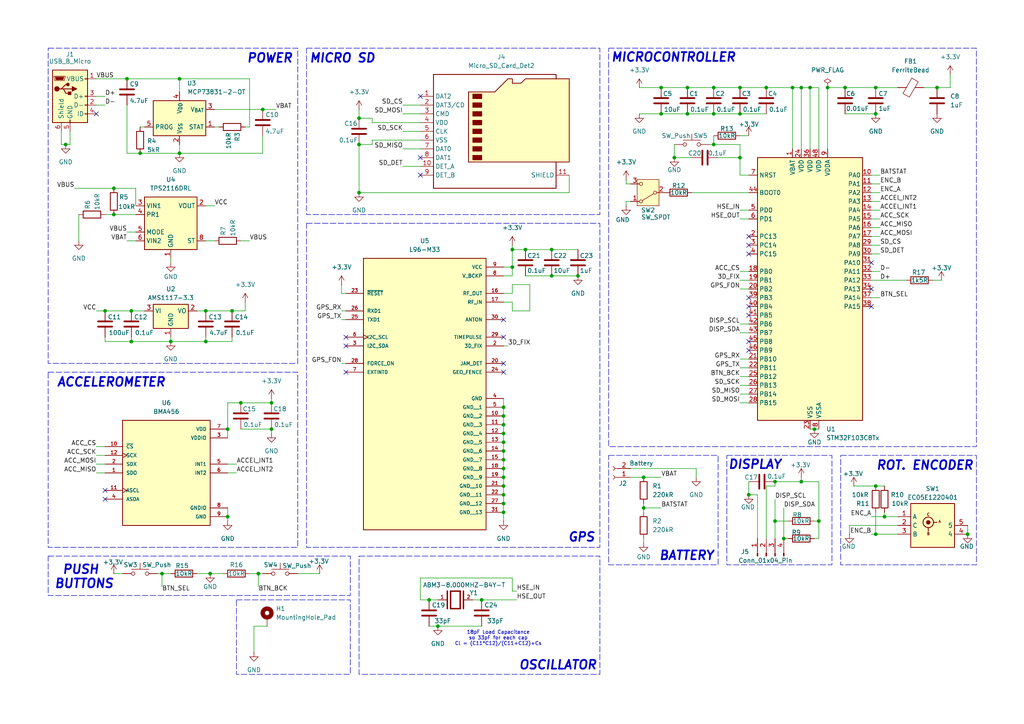
<source format=kicad_sch>
(kicad_sch (version 20250114) (generator "eeschema") (generator_version "9.0")
  (paper "A4")
  (rectangle (start 68.58 173.99) (end 101.6 195.58) (stroke (width 0) (type dash)))
  (rectangle (start 210.82 132.08) (end 241.3 163.83) (stroke (width 0) (type dash)))
  (rectangle (start 176.53 13.97) (end 283.21 129.54) (stroke (width 0) (type dash)))
  (rectangle (start 243.84 132.08) (end 283.21 163.83) (stroke (width 0) (type dash)))
  (rectangle (start 13.97 13.97) (end 86.36 105.41) (stroke (width 0) (type dash)))
  (rectangle (start 13.97 161.29) (end 101.6 172.72) (stroke (width 0) (type dash)))
  (rectangle (start 104.14 161.29) (end 173.99 195.58) (stroke (width 0) (type dash)))
  (rectangle (start 88.9 13.97) (end 173.99 62.23) (stroke (width 0) (type dash)))
  (rectangle (start 88.9 64.77) (end 173.99 158.75) (stroke (width 0) (type dash)))
  (rectangle (start 176.53 132.08) (end 208.28 163.83) (stroke (width 0) (type dash)))
  (rectangle (start 13.97 107.95) (end 86.36 158.75) (stroke (width 0) (type dash)))
  (text "GPS" (at 168.656 155.956 0) (effects (font (size 2.54 2.54) (thickness 0.508) (bold yes) (italic yes))))
  (text "POWER" (at 78.232 17.018 0) (effects (font (size 2.54 2.54) (thickness 0.508) (bold yes) (italic yes))))
  (text "DISPLAY" (at 218.948 134.874 0) (effects (font (size 2.54 2.54) (thickness 0.508) (bold yes) (italic yes))))
  (text "PUSH \nBUTTONS" (at 24.384 167.386 0) (effects (font (size 2.54 2.54) (thickness 0.508) (bold yes) (italic yes))))
  (text "BATTERY" (at 199.136 161.29 0) (effects (font (size 2.54 2.54) (thickness 0.508) (bold yes) (italic yes))))
  (text "OSCILLATOR" (at 161.798 193.04 0) (effects (font (size 2.54 2.54) (thickness 0.508) (bold yes) (italic yes))))
  (text "ACCELEROMETER" (at 32.258 110.998 0) (effects (font (size 2.54 2.54) (thickness 0.508) (bold yes) (italic yes))))
  (text "MICRO SD" (at 99.314 17.018 0) (effects (font (size 2.54 2.54) (thickness 0.508) (bold yes) (italic yes))))
  (text "18pF Load Capacitance\nso 33pF for each cap\nCl = (C11*C12)/(C11+C12)+Cs" (at 144.526 185.166 0) (effects (font (size 1.016 1.016))))
  (text "MICROCONTROLLER" (at 195.326 16.764 0) (effects (font (size 2.54 2.54) (thickness 0.508) (bold yes) (italic yes))))
  (text "ROT. ENCODER" (at 268.224 135.128 0) (effects (font (size 2.54 2.54) (thickness 0.508) (bold yes) (italic yes))))
  (junction (at 78.74 116.84))
  (junction (at 207.01 41.91))
  (junction (at 237.49 151.13))
  (junction (at 40.64 44.45))
  (junction (at 245.11 25.4))
  (junction (at 33.02 62.23))
  (junction (at 152.4 72.39))
  (junction (at 146.05 138.43))
  (junction (at 59.69 99.06))
  (junction (at 66.04 124.46))
  (junction (at 146.05 123.19))
  (junction (at 38.1 99.06))
  (junction (at 36.83 22.86))
  (junction (at 146.05 140.97))
  (junction (at 148.59 77.47))
  (junction (at 229.87 25.4))
  (junction (at 186.69 147.32))
  (junction (at 224.79 139.7))
  (junction (at 30.48 90.17))
  (junction (at 214.63 25.4))
  (junction (at 280.67 154.94))
  (junction (at 146.05 148.59))
  (junction (at 227.33 156.21))
  (junction (at 207.01 33.02))
  (junction (at 104.14 41.91))
  (junction (at 146.05 133.35))
  (junction (at 195.58 45.72))
  (junction (at 104.14 55.88))
  (junction (at 127 181.61))
  (junction (at 52.07 44.45))
  (junction (at 146.05 125.73))
  (junction (at 49.53 99.06))
  (junction (at 160.02 80.01))
  (junction (at 191.77 25.4))
  (junction (at 146.05 118.11))
  (junction (at 146.05 143.51))
  (junction (at 146.05 128.27))
  (junction (at 236.22 124.46))
  (junction (at 224.79 151.13))
  (junction (at 191.77 33.02))
  (junction (at 199.39 25.4))
  (junction (at 139.7 173.99))
  (junction (at 199.39 33.02))
  (junction (at 46.99 166.37))
  (junction (at 124.46 173.99))
  (junction (at 214.63 45.72))
  (junction (at 59.69 90.17))
  (junction (at 240.03 25.4))
  (junction (at 232.41 25.4))
  (junction (at 167.64 80.01))
  (junction (at 19.05 41.91))
  (junction (at 146.05 130.81))
  (junction (at 256.54 149.86))
  (junction (at 38.1 90.17))
  (junction (at 160.02 72.39))
  (junction (at 254 154.94))
  (junction (at 66.04 149.86))
  (junction (at 207.01 25.4))
  (junction (at 60.96 166.37))
  (junction (at 222.25 25.4))
  (junction (at 214.63 33.02))
  (junction (at 78.74 124.46))
  (junction (at 254 25.4))
  (junction (at 52.07 22.86))
  (junction (at 146.05 135.89))
  (junction (at 69.85 116.84))
  (junction (at 148.59 72.39))
  (junction (at 186.69 138.43))
  (junction (at 76.2 31.75))
  (junction (at 234.95 25.4))
  (junction (at 146.05 146.05))
  (junction (at 254 140.97))
  (junction (at 271.78 25.4))
  (junction (at 33.02 54.61))
  (junction (at 104.14 34.29))
  (junction (at 232.41 139.7))
  (junction (at 254 33.02))
  (junction (at 67.31 90.17))
  (junction (at 74.93 166.37))
  (junction (at 217.17 143.51))
  (junction (at 146.05 120.65))
  (no_connect (at 146.05 107.95))
  (no_connect (at 121.92 45.72))
  (no_connect (at 217.17 91.44))
  (no_connect (at 121.92 50.8))
  (no_connect (at 30.48 144.78))
  (no_connect (at 100.33 97.79))
  (no_connect (at 146.05 92.71))
  (no_connect (at 252.73 76.2))
  (no_connect (at 27.94 33.02))
  (no_connect (at 217.17 86.36))
  (no_connect (at 100.33 107.95))
  (no_connect (at 217.17 99.06))
  (no_connect (at 217.17 88.9))
  (no_connect (at 252.73 83.82))
  (no_connect (at 146.05 105.41))
  (no_connect (at 217.17 68.58))
  (no_connect (at 217.17 101.6))
  (no_connect (at 30.48 142.24))
  (no_connect (at 121.92 27.94))
  (no_connect (at 146.05 97.79))
  (no_connect (at 100.33 100.33))
  (no_connect (at 252.73 88.9))
  (no_connect (at 217.17 71.12))
  (no_connect (at 217.17 73.66))
  (wire (pts (xy 116.84 43.18) (xy 121.92 43.18)))
  (wire (pts (xy 214.63 81.28) (xy 217.17 81.28)))
  (wire (pts (xy 148.59 171.45) (xy 149.86 171.45)))
  (wire (pts (xy 232.41 25.4) (xy 229.87 25.4)))
  (wire (pts (xy 222.25 140.97) (xy 224.79 140.97)))
  (wire (pts (xy 30.48 62.23) (xy 33.02 62.23)))
  (wire (pts (xy 107.95 35.56) (xy 107.95 34.29)))
  (wire (pts (xy 254 148.59) (xy 254 154.94)))
  (wire (pts (xy 27.94 22.86) (xy 36.83 22.86)))
  (wire (pts (xy 214.63 111.76) (xy 217.17 111.76)))
  (wire (pts (xy 46.99 170.18) (xy 46.99 166.37)))
  (wire (pts (xy 191.77 33.02) (xy 199.39 33.02)))
  (wire (pts (xy 116.84 30.48) (xy 121.92 30.48)))
  (wire (pts (xy 232.41 43.18) (xy 232.41 25.4)))
  (wire (pts (xy 38.1 90.17) (xy 41.91 90.17)))
  (wire (pts (xy 148.59 72.39) (xy 148.59 77.47)))
  (wire (pts (xy 146.05 123.19) (xy 146.05 125.73)))
  (wire (pts (xy 121.92 167.64) (xy 148.59 167.64)))
  (wire (pts (xy 72.39 69.85) (xy 69.85 69.85)))
  (wire (pts (xy 107.95 40.64) (xy 107.95 41.91)))
  (wire (pts (xy 124.46 173.99) (xy 127 173.99)))
  (wire (pts (xy 199.39 33.02) (xy 207.01 33.02)))
  (wire (pts (xy 195.58 41.91) (xy 195.58 45.72)))
  (wire (pts (xy 186.69 138.43) (xy 191.77 138.43)))
  (wire (pts (xy 17.78 41.91) (xy 19.05 41.91)))
  (wire (pts (xy 36.83 44.45) (xy 40.64 44.45)))
  (wire (pts (xy 104.14 31.75) (xy 104.14 34.29)))
  (wire (pts (xy 146.05 87.63) (xy 148.59 87.63)))
  (wire (pts (xy 49.53 166.37) (xy 46.99 166.37)))
  (wire (pts (xy 234.95 124.46) (xy 236.22 124.46)))
  (wire (pts (xy 255.27 73.66) (xy 252.73 73.66)))
  (wire (pts (xy 224.79 151.13) (xy 224.79 156.21)))
  (wire (pts (xy 57.15 166.37) (xy 60.96 166.37)))
  (wire (pts (xy 245.11 33.02) (xy 254 33.02)))
  (wire (pts (xy 68.58 137.16) (xy 66.04 137.16)))
  (wire (pts (xy 182.88 138.43) (xy 186.69 138.43)))
  (wire (pts (xy 146.05 135.89) (xy 146.05 138.43)))
  (wire (pts (xy 146.05 143.51) (xy 146.05 146.05)))
  (wire (pts (xy 254 154.94) (xy 260.35 154.94)))
  (wire (pts (xy 146.05 128.27) (xy 146.05 130.81)))
  (wire (pts (xy 214.63 33.02) (xy 222.25 33.02)))
  (wire (pts (xy 67.31 99.06) (xy 67.31 97.79)))
  (wire (pts (xy 229.87 25.4) (xy 229.87 43.18)))
  (wire (pts (xy 59.69 99.06) (xy 67.31 99.06)))
  (wire (pts (xy 52.07 22.86) (xy 52.07 26.67)))
  (wire (pts (xy 252.73 154.94) (xy 254 154.94)))
  (wire (pts (xy 207.01 41.91) (xy 214.63 41.91)))
  (wire (pts (xy 201.93 135.89) (xy 182.88 135.89)))
  (wire (pts (xy 267.97 25.4) (xy 271.78 25.4)))
  (wire (pts (xy 255.27 55.88) (xy 252.73 55.88)))
  (wire (pts (xy 107.95 40.64) (xy 121.92 40.64)))
  (wire (pts (xy 33.02 62.23) (xy 39.37 62.23)))
  (wire (pts (xy 146.05 130.81) (xy 146.05 133.35)))
  (wire (pts (xy 200.66 55.88) (xy 217.17 55.88)))
  (wire (pts (xy 99.06 90.17) (xy 100.33 90.17)))
  (wire (pts (xy 214.63 104.14) (xy 217.17 104.14)))
  (wire (pts (xy 247.65 140.97) (xy 254 140.97)))
  (wire (pts (xy 36.83 69.85) (xy 39.37 69.85)))
  (wire (pts (xy 20.32 41.91) (xy 19.05 41.91)))
  (wire (pts (xy 181.61 53.34) (xy 181.61 52.07)))
  (wire (pts (xy 74.93 166.37) (xy 76.2 166.37)))
  (wire (pts (xy 40.64 44.45) (xy 52.07 44.45)))
  (wire (pts (xy 153.67 82.55) (xy 148.59 82.55)))
  (wire (pts (xy 73.66 181.61) (xy 73.66 189.23)))
  (wire (pts (xy 208.28 45.72) (xy 214.63 45.72)))
  (wire (pts (xy 214.63 114.3) (xy 217.17 114.3)))
  (wire (pts (xy 72.39 36.83) (xy 71.12 36.83)))
  (wire (pts (xy 222.25 140.97) (xy 222.25 156.21)))
  (wire (pts (xy 255.27 66.04) (xy 252.73 66.04)))
  (wire (pts (xy 147.32 100.33) (xy 146.05 100.33)))
  (wire (pts (xy 252.73 81.28) (xy 262.89 81.28)))
  (wire (pts (xy 52.07 41.91) (xy 52.07 44.45)))
  (wire (pts (xy 237.49 156.21) (xy 236.22 156.21)))
  (wire (pts (xy 185.42 25.4) (xy 191.77 25.4)))
  (wire (pts (xy 78.74 115.57) (xy 78.74 116.84)))
  (wire (pts (xy 237.49 151.13) (xy 236.22 151.13)))
  (wire (pts (xy 186.69 146.05) (xy 186.69 147.32)))
  (wire (pts (xy 30.48 99.06) (xy 30.48 97.79)))
  (wire (pts (xy 219.71 156.21) (xy 219.71 143.51)))
  (wire (pts (xy 146.05 80.01) (xy 148.59 80.01)))
  (wire (pts (xy 49.53 99.06) (xy 59.69 99.06)))
  (wire (pts (xy 20.32 38.1) (xy 20.32 41.91)))
  (wire (pts (xy 236.22 124.46) (xy 237.49 124.46)))
  (wire (pts (xy 255.27 58.42) (xy 252.73 58.42)))
  (wire (pts (xy 57.15 90.17) (xy 59.69 90.17)))
  (wire (pts (xy 186.69 147.32) (xy 186.69 148.59)))
  (wire (pts (xy 76.2 39.37) (xy 76.2 44.45)))
  (wire (pts (xy 214.63 50.8) (xy 217.17 50.8)))
  (wire (pts (xy 228.6 156.21) (xy 227.33 156.21)))
  (wire (pts (xy 127 181.61) (xy 139.7 181.61)))
  (wire (pts (xy 255.27 53.34) (xy 252.73 53.34)))
  (wire (pts (xy 52.07 44.45) (xy 76.2 44.45)))
  (wire (pts (xy 38.1 99.06) (xy 38.1 97.79)))
  (wire (pts (xy 160.02 80.01) (xy 167.64 80.01)))
  (wire (pts (xy 148.59 72.39) (xy 152.4 72.39)))
  (wire (pts (xy 214.63 93.98) (xy 217.17 93.98)))
  (wire (pts (xy 146.05 77.47) (xy 148.59 77.47)))
  (wire (pts (xy 280.67 152.4) (xy 280.67 154.94)))
  (wire (pts (xy 201.93 138.43) (xy 201.93 135.89)))
  (wire (pts (xy 27.94 132.08) (xy 30.48 132.08)))
  (wire (pts (xy 74.93 166.37) (xy 74.93 170.18)))
  (wire (pts (xy 66.04 151.13) (xy 66.04 149.86)))
  (wire (pts (xy 148.59 167.64) (xy 148.59 171.45)))
  (wire (pts (xy 21.59 54.61) (xy 33.02 54.61)))
  (wire (pts (xy 214.63 60.96) (xy 217.17 60.96)))
  (wire (pts (xy 27.94 134.62) (xy 30.48 134.62)))
  (wire (pts (xy 234.95 25.4) (xy 234.95 43.18)))
  (wire (pts (xy 237.49 151.13) (xy 237.49 156.21)))
  (wire (pts (xy 273.05 81.28) (xy 270.51 81.28)))
  (wire (pts (xy 124.46 181.61) (xy 127 181.61)))
  (wire (pts (xy 148.59 77.47) (xy 148.59 80.01)))
  (wire (pts (xy 275.59 25.4) (xy 271.78 25.4)))
  (wire (pts (xy 30.48 30.48) (xy 27.94 30.48)))
  (wire (pts (xy 27.94 137.16) (xy 30.48 137.16)))
  (wire (pts (xy 191.77 25.4) (xy 199.39 25.4)))
  (wire (pts (xy 45.72 166.37) (xy 46.99 166.37)))
  (wire (pts (xy 219.71 143.51) (xy 217.17 143.51)))
  (wire (pts (xy 165.1 55.88) (xy 165.1 50.8)))
  (wire (pts (xy 36.83 67.31) (xy 39.37 67.31)))
  (wire (pts (xy 22.86 69.85) (xy 22.86 62.23)))
  (wire (pts (xy 146.05 120.65) (xy 146.05 123.19)))
  (wire (pts (xy 59.69 90.17) (xy 67.31 90.17)))
  (wire (pts (xy 275.59 21.59) (xy 275.59 25.4)))
  (wire (pts (xy 30.48 27.94) (xy 27.94 27.94)))
  (wire (pts (xy 27.94 90.17) (xy 30.48 90.17)))
  (wire (pts (xy 205.74 41.91) (xy 207.01 41.91)))
  (wire (pts (xy 40.64 36.83) (xy 41.91 36.83)))
  (wire (pts (xy 232.41 139.7) (xy 224.79 139.7)))
  (wire (pts (xy 185.42 33.02) (xy 191.77 33.02)))
  (wire (pts (xy 72.39 166.37) (xy 74.93 166.37)))
  (wire (pts (xy 99.06 85.09) (xy 100.33 85.09)))
  (wire (pts (xy 60.96 166.37) (xy 64.77 166.37)))
  (wire (pts (xy 255.27 71.12) (xy 252.73 71.12)))
  (wire (pts (xy 33.02 54.61) (xy 39.37 54.61)))
  (wire (pts (xy 66.04 124.46) (xy 66.04 127)))
  (wire (pts (xy 214.63 45.72) (xy 214.63 41.91)))
  (wire (pts (xy 66.04 116.84) (xy 66.04 124.46)))
  (wire (pts (xy 255.27 63.5) (xy 252.73 63.5)))
  (wire (pts (xy 237.49 43.18) (xy 237.49 25.4)))
  (wire (pts (xy 232.41 138.43) (xy 232.41 139.7)))
  (wire (pts (xy 99.06 82.55) (xy 99.06 85.09)))
  (wire (pts (xy 71.12 87.63) (xy 71.12 90.17)))
  (wire (pts (xy 214.63 116.84) (xy 217.17 116.84)))
  (wire (pts (xy 252.73 149.86) (xy 256.54 149.86)))
  (wire (pts (xy 107.95 41.91) (xy 104.14 41.91)))
  (wire (pts (xy 72.39 22.86) (xy 72.39 36.83)))
  (wire (pts (xy 116.84 48.26) (xy 121.92 48.26)))
  (wire (pts (xy 69.85 116.84) (xy 78.74 116.84)))
  (wire (pts (xy 116.84 38.1) (xy 121.92 38.1)))
  (wire (pts (xy 99.06 105.41) (xy 100.33 105.41)))
  (wire (pts (xy 260.35 152.4) (xy 246.38 152.4)))
  (wire (pts (xy 121.92 173.99) (xy 121.92 167.64)))
  (wire (pts (xy 255.27 50.8) (xy 252.73 50.8)))
  (wire (pts (xy 137.16 173.99) (xy 139.7 173.99)))
  (wire (pts (xy 227.33 147.32) (xy 227.33 156.21)))
  (wire (pts (xy 232.41 25.4) (xy 234.95 25.4)))
  (wire (pts (xy 222.25 25.4) (xy 229.87 25.4)))
  (wire (pts (xy 214.63 25.4) (xy 222.25 25.4)))
  (wire (pts (xy 71.12 90.17) (xy 67.31 90.17)))
  (wire (pts (xy 260.35 149.86) (xy 256.54 149.86)))
  (wire (pts (xy 63.5 36.83) (xy 62.23 36.83)))
  (wire (pts (xy 38.1 99.06) (xy 49.53 99.06)))
  (wire (pts (xy 104.14 55.88) (xy 165.1 55.88)))
  (wire (pts (xy 255.27 86.36) (xy 252.73 86.36)))
  (wire (pts (xy 186.69 156.21) (xy 186.69 157.48)))
  (wire (pts (xy 246.38 152.4) (xy 246.38 154.94)))
  (wire (pts (xy 245.11 25.4) (xy 240.03 25.4)))
  (wire (pts (xy 254 25.4) (xy 245.11 25.4)))
  (wire (pts (xy 214.63 63.5) (xy 217.17 63.5)))
  (wire (pts (xy 153.67 82.55) (xy 153.67 90.17)))
  (wire (pts (xy 33.02 166.37) (xy 35.56 166.37)))
  (wire (pts (xy 191.77 147.32) (xy 186.69 147.32)))
  (wire (pts (xy 99.06 92.71) (xy 100.33 92.71)))
  (wire (pts (xy 214.63 96.52) (xy 217.17 96.52)))
  (wire (pts (xy 17.78 38.1) (xy 17.78 41.91)))
  (wire (pts (xy 160.02 72.39) (xy 167.64 72.39)))
  (wire (pts (xy 39.37 54.61) (xy 39.37 59.69)))
  (wire (pts (xy 255.27 68.58) (xy 252.73 68.58)))
  (wire (pts (xy 62.23 31.75) (xy 76.2 31.75)))
  (wire (pts (xy 146.05 118.11) (xy 146.05 120.65)))
  (wire (pts (xy 146.05 140.97) (xy 146.05 143.51)))
  (wire (pts (xy 104.14 41.91) (xy 104.14 55.88)))
  (wire (pts (xy 260.35 25.4) (xy 254 25.4)))
  (wire (pts (xy 107.95 35.56) (xy 121.92 35.56)))
  (wire (pts (xy 181.61 58.42) (xy 181.61 59.69)))
  (wire (pts (xy 146.05 133.35) (xy 146.05 135.89)))
  (wire (pts (xy 49.53 99.06) (xy 49.53 97.79)))
  (wire (pts (xy 76.2 31.75) (xy 80.01 31.75)))
  (wire (pts (xy 182.88 53.34) (xy 181.61 53.34)))
  (wire (pts (xy 255.27 60.96) (xy 252.73 60.96)))
  (wire (pts (xy 214.63 109.22) (xy 217.17 109.22)))
  (wire (pts (xy 207.01 25.4) (xy 214.63 25.4)))
  (wire (pts (xy 148.59 82.55) (xy 148.59 85.09)))
  (wire (pts (xy 146.05 115.57) (xy 146.05 118.11)))
  (wire (pts (xy 36.83 30.48) (xy 36.83 44.45)))
  (wire (pts (xy 224.79 140.97) (xy 224.79 139.7)))
  (wire (pts (xy 36.83 22.86) (xy 52.07 22.86)))
  (wire (pts (xy 68.58 134.62) (xy 66.04 134.62)))
  (wire (pts (xy 237.49 139.7) (xy 237.49 151.13)))
  (wire (pts (xy 214.63 78.74) (xy 217.17 78.74)))
  (wire (pts (xy 139.7 173.99) (xy 149.86 173.99)))
  (wire (pts (xy 207.01 33.02) (xy 214.63 33.02)))
  (wire (pts (xy 59.69 99.06) (xy 59.69 97.79)))
  (wire (pts (xy 214.63 45.72) (xy 214.63 50.8)))
  (wire (pts (xy 214.63 106.68) (xy 217.17 106.68)))
  (wire (pts (xy 62.23 69.85) (xy 59.69 69.85)))
  (wire (pts (xy 256.54 149.86) (xy 256.54 148.59)))
  (wire (pts (xy 30.48 90.17) (xy 38.1 90.17)))
  (wire (pts (xy 148.59 85.09) (xy 146.05 85.09)))
  (wire (pts (xy 148.59 87.63) (xy 148.59 90.17)))
  (wire (pts (xy 78.74 125.73) (xy 78.74 124.46)))
  (wire (pts (xy 217.17 143.51) (xy 217.17 139.7)))
  (wire (pts (xy 69.85 116.84) (xy 66.04 116.84)))
  (wire (pts (xy 148.59 90.17) (xy 153.67 90.17)))
  (wire (pts (xy 228.6 151.13) (xy 224.79 151.13)))
  (wire (pts (xy 232.41 139.7) (xy 237.49 139.7)))
  (wire (pts (xy 86.36 166.37) (xy 92.71 166.37)))
  (wire (pts (xy 237.49 25.4) (xy 234.95 25.4)))
  (wire (pts (xy 152.4 80.01) (xy 160.02 80.01)))
  (wire (pts (xy 240.03 25.4) (xy 240.03 43.18)))
  (wire (pts (xy 52.07 22.86) (xy 72.39 22.86)))
  (wire (pts (xy 224.79 144.78) (xy 224.79 151.13)))
  (wire (pts (xy 217.17 39.37) (xy 214.63 39.37)))
  (wire (pts (xy 107.95 34.29) (xy 104.14 34.29)))
  (wire (pts (xy 146.05 125.73) (xy 146.05 128.27)))
  (wire (pts (xy 49.53 76.2) (xy 49.53 74.93)))
  (wire (pts (xy 214.63 83.82) (xy 217.17 83.82)))
  (wire (pts (xy 116.84 33.02) (xy 121.92 33.02)))
  (wire (pts (xy 77.47 181.61) (xy 73.66 181.61)))
  (wire (pts (xy 152.4 72.39) (xy 160.02 72.39)))
  (wire (pts (xy 146.05 148.59) (xy 146.05 151.13)))
  (wire (pts (xy 30.48 99.06) (xy 38.1 99.06)))
  (wire (pts (xy 195.58 45.72) (xy 200.66 45.72)))
  (wire (pts (xy 62.23 59.69) (xy 59.69 59.69)))
  (wire (pts (xy 69.85 124.46) (xy 78.74 124.46)))
  (wire (pts (xy 146.05 146.05) (xy 146.05 148.59)))
  (wire (pts (xy 254 140.97) (xy 256.54 140.97)))
  (wire (pts (xy 182.88 58.42) (xy 181.61 58.42)))
  (wire (pts (xy 124.46 173.99) (xy 121.92 173.99)))
  (wire (pts (xy 148.59 71.12) (xy 148.59 72.39)))
  (wire (pts (xy 199.39 25.4) (xy 207.01 25.4)))
  (wire (pts (xy 207.01 39.37) (xy 207.01 41.91)))
  (wire (pts (xy 27.94 129.54) (xy 30.48 129.54)))
  (wire (pts (xy 66.04 147.32) (xy 66.04 149.86)))
  (wire (pts (xy 146.05 138.43) (xy 146.05 140.97)))
  (wire (pts (xy 255.27 78.74) (xy 252.73 78.74)))
  (label "VBAT" (at 80.01 31.75 0))
  (label "VCC" (at 62.23 59.69 0) (effects (font (thickness 0.1588))))
  (label "VBUS" (at 21.59 54.61 180))
  (label "HSE_IN" (at 214.63 60.96 180))
  (label "DISP_SDA" (at 214.63 96.52 180))
  (label "BTN_SEL" (at 255.27 86.36 0))
  (label "ACC_MISO" (at 27.94 137.16 180))
  (label "VBUS" (at 72.39 69.85 0))
  (label "3D_FIX" (at 147.32 100.33 0))
  (label "HSE_OUT" (at 214.63 63.5 180))
  (label "BTN_BCK" (at 214.63 109.22 180))
  (label "DISP_SCL" (at 214.63 93.98 180))
  (label "BATSTAT" (at 255.27 50.8 0))
  (label "SD_MISO" (at 214.63 114.3 180))
  (label "ACC_CS" (at 214.63 78.74 180) (effects (font (thickness 0.1588))))
  (label "SD_DET" (at 255.27 73.66 0))
  (label "GPS_RX" (at 99.06 90.17 180))
  (label "SD_MISO" (at 116.84 43.18 180))
  (label "GPS_TX" (at 214.63 106.68 180))
  (label "ENC_B" (at 252.73 154.94 180))
  (label "VBAT" (at 191.77 138.43 0))
  (label "D+" (at 30.48 27.94 0))
  (label "HSE_OUT" (at 149.86 173.99 0))
  (label "GPS_FON" (at 99.06 105.41 180))
  (label "SD_MOSI" (at 116.84 33.02 180))
  (label "VCC" (at 27.94 90.17 180) (effects (font (thickness 0.1588))))
  (label "VBUS" (at 27.94 22.86 0))
  (label "ACCEl_INT1" (at 68.58 134.62 0))
  (label "ACC_CS" (at 27.94 129.54 180) (effects (font (thickness 0.1588))))
  (label "SD_CS" (at 255.27 71.12 0))
  (label "ACC_MOSI" (at 27.94 134.62 180))
  (label "ACC_MISO" (at 255.27 66.04 0))
  (label "ACC_MOSI" (at 255.27 68.58 0))
  (label "ACC_SCK" (at 255.27 63.5 0))
  (label "ACCEl_INT1" (at 255.27 60.96 0))
  (label "DISP_SCL" (at 224.79 144.78 0))
  (label "SD_CS" (at 116.84 30.48 180))
  (label "D+" (at 255.27 81.28 0))
  (label "SD_SCK" (at 214.63 111.76 180))
  (label "3D_FIX" (at 214.63 81.28 180))
  (label "GPS_RX" (at 214.63 104.14 180))
  (label "HSE_IN" (at 149.86 171.45 0))
  (label "D-" (at 30.48 30.48 0))
  (label "VBAT" (at 36.83 69.85 180))
  (label "GPS_FON" (at 214.63 83.82 180))
  (label "ACCEl_INT2" (at 68.58 137.16 0))
  (label "ENC_A" (at 255.27 55.88 0))
  (label "DISP_SDA" (at 227.33 147.32 0))
  (label "GPS_TX" (at 99.06 92.71 180))
  (label "BATSTAT" (at 191.77 147.32 0))
  (label "D-" (at 255.27 78.74 0))
  (label "SD_SCK" (at 116.84 38.1 180))
  (label "ACC_SCK" (at 27.94 132.08 180))
  (label "BTN_BCK" (at 74.93 170.18 0))
  (label "VBUS" (at 36.83 67.31 180))
  (label "ENC_B" (at 255.27 53.34 0))
  (label "ENC_A" (at 252.73 149.86 180))
  (label "SD_MOSI" (at 214.63 116.84 180))
  (label "BTN_SEL" (at 46.99 170.18 0))
  (label "SD_DET" (at 116.84 48.26 180))
  (label "ACCEl_INT2" (at 255.27 58.42 0))
  (symbol (lib_id "Device:R") (at 254 144.78 180) (unit 1)
    (property "Reference" "R11" (at 252.222 146.05 0) (effects (justify left)))
    (property "Value" "10kR" (at 251.968 143.51 0) (effects (justify left)))
    (property "Footprint" "Resistor_SMD:R_0402_1005Metric" (effects (hide yes)))
    (property "Description" "Resistor" (effects (hide yes)))
  )
  (symbol (lib_id "Device:C") (at 69.85 120.65 0) (unit 1)
    (property "Reference" "C15" (at 70.358 118.618 0) (effects (justify left)))
    (property "Value" "0.1uF" (at 70.612 123.19 0) (effects (justify left)))
    (property "Footprint" "Capacitor_SMD:C_0402_1005Metric" (effects (hide yes)))
    (property "Description" "Unpolarized capacitor" (effects (hide yes)))
  )
  (symbol (lib_id "power:+3.3V") (at 33.02 166.37 0) (unit 1)
    (property "Reference" "#PWR030" (effects (hide yes)))
    (property "Value" "+3.3V" (at 32.766 163.068 0))
    (property "Description" "Power symbol creates a global label with name \"+3.3V\"" (effects (hide yes)))
  )
  (symbol (lib_id "power:GND") (at 217.17 143.51 0) (unit 1)
    (property "Reference" "#PWR022" (effects (hide yes)))
    (property "Value" "GND" (at 216.916 147.066 0))
    (property "Description" "Power symbol creates a global label with name \"GND\" , ground" (effects (hide yes)))
  )
  (symbol (lib_id "power:+3.3V") (at 148.59 71.12 0) (unit 1)
    (property "Reference" "#PWR031" (effects (hide yes)))
    (property "Value" "+3.3V" (at 148.59 66.04 0))
    (property "Description" "Power symbol creates a global label with name \"+3.3V\"" (effects (hide yes)))
  )
  (symbol (lib_id "power:+3.3V") (at 273.05 81.28 0) (unit 1)
    (property "Reference" "#PWR035" (effects (hide yes)))
    (property "Value" "+3.3V" (at 273.05 77.724 0))
    (property "Description" "Power symbol creates a global label with name \"+3.3V\"" (effects (hide yes)))
  )
  (symbol (lib_id "ImportsLibrary:EC05E1220401") (at 270.51 152.4 0) (unit 1)
    (property "Reference" "SW1" (at 270.51 141.732 0))
    (property "Value" "EC05E1220401" (at 270.51 144.272 0))
    (property "Footprint" "ImportsLibrary:EC05E1220401" (effects (hide yes)))
  )
  (symbol (lib_id "Connector:Conn_01x04_Pin") (at 222.25 161.29 90) (unit 1)
    (property "Reference" "J5" (at 214.884 160.02 90) (effects (justify right)))
    (property "Value" "Conn_01x04_Pin" (at 214.122 162.56 90) (effects (justify right)))
    (property "Footprint" "Connector_PinHeader_2.54mm:PinHeader_1x04_P2.54mm_Vertical" (effects (hide yes)))
    (property "Description" "Generic connector, single row, 01x04, script generated" (effects (hide yes)))
  )
  (symbol (lib_id "Device:C") (at 67.31 93.98 0) (unit 1)
    (property "Reference" "C14" (at 68.072 91.948 0) (effects (justify left)))
    (property "Value" "0.1uF" (at 68.326 96.52 0) (effects (justify left)))
    (property "Footprint" "Capacitor_SMD:C_0402_1005Metric" (effects (hide yes)))
    (property "Description" "Unpolarized capacitor" (effects (hide yes)))
  )
  (symbol (lib_id "Device:C") (at 222.25 29.21 0) (unit 1)
    (property "Reference" "C4" (at 222.758 27.178 0) (effects (justify left)))
    (property "Value" "0.1uF" (at 223.012 31.75 0) (effects (justify left)))
    (property "Footprint" "Capacitor_SMD:C_0402_1005Metric" (effects (hide yes)))
    (property "Description" "Unpolarized capacitor" (effects (hide yes)))
  )
  (symbol (lib_id "power:+3.3V") (at 71.12 87.63 0) (unit 1)
    (property "Reference" "#PWR014" (effects (hide yes)))
    (property "Value" "+3.3V" (at 71.12 82.55 0))
    (property "Description" "Power symbol creates a global label with name \"+3.3V\"" (effects (hide yes)))
  )
  (symbol (lib_id "power:+3.3V") (at 217.17 39.37 0) (unit 1)
    (property "Reference" "#PWR029" (effects (hide yes)))
    (property "Value" "+3.3V" (at 217.17 36.068 0))
    (property "Description" "Power symbol creates a global label with name \"+3.3V\"" (effects (hide yes)))
  )
  (symbol (lib_id "power:GND") (at 271.78 33.02 0) (unit 1)
    (property "Reference" "#PWR04" (effects (hide yes)))
    (property "Value" "GND" (at 271.78 38.1 0))
    (property "Description" "Power symbol creates a global label with name \"GND\" , ground" (effects (hide yes)))
  )
  (symbol (lib_id "Device:R") (at 67.31 36.83 270) (unit 1)
    (property "Reference" "R3" (at 68.834 38.354 0) (effects (justify left)))
    (property "Value" "10kR" (at 66.294 38.354 0) (effects (justify left)))
    (property "Footprint" "Resistor_SMD:R_0402_1005Metric" (effects (hide yes)))
    (property "Description" "Resistor" (effects (hide yes)))
  )
  (symbol (lib_id "power:GND") (at 167.64 80.01 0) (unit 1)
    (property "Reference" "#PWR036" (effects (hide yes)))
    (property "Value" "GND" (at 167.64 85.09 0))
    (property "Description" "Power symbol creates a global label with name \"GND\" , ground" (effects (hide yes)))
  )
  (symbol (lib_id "power:GND") (at 104.14 55.88 0) (unit 1)
    (property "Reference" "#PWR019" (effects (hide yes)))
    (property "Value" "GND" (at 104.14 60.96 0))
    (property "Description" "Power symbol creates a global label with name \"GND\" , ground" (effects (hide yes)))
  )
  (symbol (lib_id "power:GND") (at 181.61 59.69 0) (unit 1)
    (property "Reference" "#PWR024" (effects (hide yes)))
    (property "Value" "GND" (at 180.594 63.754 0))
    (property "Description" "Power symbol creates a global label with name \"GND\" , ground" (effects (hide yes)))
  )
  (symbol (lib_id "Device:R") (at 186.69 142.24 0) (unit 1)
    (property "Reference" "R1" (at 189.23 140.9699 0) (effects (justify left)))
    (property "Value" "220kR" (at 189.23 143.5099 0) (effects (justify left)))
    (property "Footprint" "Resistor_SMD:R_0402_1005Metric" (effects (hide yes)))
    (property "Description" "Resistor" (effects (hide yes)))
  )
  (symbol (lib_id "power:GND") (at 127 181.61 0) (unit 1)
    (property "Reference" "#PWR033" (effects (hide yes)))
    (property "Value" "GND" (at 127 186.69 0))
    (property "Description" "Power symbol creates a global label with name \"GND\" , ground" (effects (hide yes)))
  )
  (symbol (lib_id "power:GND") (at 19.05 41.91 0) (unit 1)
    (property "Reference" "#PWR07" (effects (hide yes)))
    (property "Value" "GND" (at 19.05 46.99 0))
    (property "Description" "Power symbol creates a global label with name \"GND\" , ground" (effects (hide yes)))
  )
  (symbol (lib_id "ImportsLibrary:ABM3-8.000MHZ-B4Y-T") (at 132.08 173.99 0) (unit 1)
    (property "Reference" "Y1" (at 137.414 171.958 0))
    (property "Value" "ABM3-8.000MHZ-B4Y-T" (at 134.62 169.672 0))
    (property "Footprint" "ImportsLibrary:XTAL_ABM3-8.000MHZ-B4Y-T" (effects (hide yes)))
    (property "PARTREV" "4/25/2022" (effects (hide yes)))
    (property "STANDARD" "Manufacturer Recommendations" (effects (hide yes)))
    (property "MAXIMUM_PACKAGE_HEIGHT" "1.3 mm" (effects (hide yes)))
    (property "MANUFACTURER" "Abracon" (effects (hide yes)))
  )
  (symbol (lib_id "Device:C") (at 254 29.21 0) (unit 1)
    (property "Reference" "C7" (at 254.762 27.178 0) (effects (justify left)))
    (property "Value" "1uF" (at 254.762 31.496 0) (effects (justify left)))
    (property "Footprint" "Capacitor_SMD:C_0402_1005Metric" (effects (hide yes)))
    (property "Description" "Unpolarized capacitor" (effects (hide yes)))
  )
  (symbol (lib_id "power:GND") (at 186.69 157.48 0) (unit 1)
    (property "Reference" "#PWR010" (effects (hide yes)))
    (property "Value" "GND" (at 186.69 161.544 0))
    (property "Description" "Power symbol creates a global label with name \"GND\" , ground" (effects (hide yes)))
  )
  (symbol (lib_id "Device:C") (at 104.14 38.1 0) (unit 1)
    (property "Reference" "C16" (at 99.822 35.814 0) (effects (justify left)))
    (property "Value" "0.1uF" (at 98.298 40.64 0) (effects (justify left)))
    (property "Footprint" "Capacitor_SMD:C_0402_1005Metric" (effects (hide yes)))
    (property "Description" "Unpolarized capacitor" (effects (hide yes)))
  )
  (symbol (lib_id "Device:C") (at 204.47 45.72 90) (unit 1)
    (property "Reference" "C20" (at 203.454 44.45 90) (effects (justify left)))
    (property "Value" "0.1uF" (at 210.82 44.45 90) (effects (justify left)))
    (property "Footprint" "Capacitor_SMD:C_0402_1005Metric" (effects (hide yes)))
    (property "Description" "Unpolarized capacitor" (effects (hide yes)))
  )
  (symbol (lib_id "power:GND") (at 236.22 124.46 0) (unit 1)
    (property "Reference" "#PWR01" (effects (hide yes)))
    (property "Value" "GND" (at 236.22 128.27 0))
    (property "Description" "Power symbol creates a global label with name \"GND\" , ground" (effects (hide yes)))
  )
  (symbol (lib_id "power:GND") (at 49.53 76.2 0) (unit 1)
    (property "Reference" "#PWR011" (effects (hide yes)))
    (property "Value" "GND" (at 49.53 80.264 0))
    (property "Description" "Power symbol creates a global label with name \"GND\" , ground" (effects (hide yes)))
  )
  (symbol (lib_id "power:+3.3V") (at 275.59 21.59 0) (unit 1)
    (property "Reference" "#PWR05" (effects (hide yes)))
    (property "Value" "+3.3V" (at 275.59 16.51 0))
    (property "Description" "Power symbol creates a global label with name \"+3.3V\"" (effects (hide yes)))
  )
  (symbol (lib_id "power:+3.3V") (at 185.42 25.4 0) (unit 1)
    (property "Reference" "#PWR06" (effects (hide yes)))
    (property "Value" "+3.3V" (at 185.42 20.32 0))
    (property "Description" "Power symbol creates a global label with name \"+3.3V\"" (effects (hide yes)))
  )
  (symbol (lib_id "power:GND") (at 254 33.02 0) (unit 1)
    (property "Reference" "#PWR03" (effects (hide yes)))
    (property "Value" "GND" (at 254 38.1 0))
    (property "Description" "Power symbol creates a global label with name \"GND\" , ground" (effects (hide yes)))
  )
  (symbol (lib_id "ImportsLibrary:L96-M33") (at 123.19 97.79 0) (unit 1)
    (property "Reference" "U5" (at 123.19 69.85 0))
    (property "Value" "L96-M33" (at 123.19 72.39 0))
    (property "Footprint" "ImportsLibrary:XCVR_L96-M33" (effects (hide yes)))
    (property "Description" "L96 is a concurrent multi-GNSS receiver module with embedded chip antenna. With 33 tracking channels, 99 acquisition channels and 210 PRN channels, L96 supports concurrent reception of up to three GNSS systems _GPS+GLONASS+Galileo_" (effects (hide yes)))
    (property "MF" "Quectel Wireless Solutions Co., Ltd" (effects (hide yes)))
    (property "PACKAGE" "SOIC-8 Quectel Wireless Solutions Co., Ltd" (effects (hide yes)))
    (property "PRICE" "None" (effects (hide yes)))
    (property "MP" "L96" (effects (hide yes)))
    (property "AVAILABILITY" "Unavailable" (effects (hide yes)))
  )
  (symbol (lib_id "Mechanical:MountingHole_Pad") (at 77.47 179.07 0) (unit 1) (in_bom no)
    (property "Reference" "H1" (at 80.01 176.5299 0) (effects (justify left)))
    (property "Value" "MountingHole_Pad" (at 80.01 179.0699 0) (effects (justify left)))
    (property "Footprint" "MountingHole:MountingHole_2.2mm_M2_Pad" (effects (hide yes)))
    (property "Description" "Mounting Hole with connection" (effects (hide yes)))
  )
  (symbol (lib_id "Device:R") (at 186.69 152.4 0) (unit 1)
    (property "Reference" "R2" (at 189.23 151.1299 0) (effects (justify left)))
    (property "Value" "220kR" (at 189.23 153.6699 0) (effects (justify left)))
    (property "Footprint" "Resistor_SMD:R_0402_1005Metric" (effects (hide yes)))
    (property "Description" "Resistor" (effects (hide yes)))
  )
  (symbol (lib_id "Connector:Micro_SD_Card_Det2") (at 144.78 38.1 0) (unit 1)
    (property "Reference" "J4" (at 145.415 16.51 0))
    (property "Value" "Micro_SD_Card_Det2" (at 145.415 19.05 0))
    (property "Footprint" "Connector_Card:microSD_HC_Molex_104031-0811" (effects (hide yes)))
    (property "Datasheet" "https://www.hirose.com/en/product/document?clcode=&productname=&series=DM3&documenttype=Catalog&lang=en&documentid=D49662_en" (effects (hide yes)))
    (property "Description" "Micro SD Card Socket with two card detection pins" (effects (hide yes)))
  )
  (symbol (lib_id "Device:R") (at 266.7 81.28 90) (unit 1)
    (property "Reference" "R17" (at 266.446 78.994 90))
    (property "Value" "1k5R" (at 266.7 81.28 90))
    (property "Footprint" "Resistor_SMD:R_0402_1005Metric" (effects (hide yes)))
    (property "Description" "Resistor" (effects (hide yes)))
  )
  (symbol (lib_id "Device:R") (at 232.41 156.21 270) (unit 1)
    (property "Reference" "R9" (at 229.616 154.432 90) (effects (justify left)))
    (property "Value" "10kR" (at 229.87 156.21 90) (effects (justify left)))
    (property "Footprint" "Resistor_SMD:R_0402_1005Metric" (effects (hide yes)))
    (property "Description" "Resistor" (effects (hide yes)))
  )
  (symbol (lib_id "Switch:SW_Push") (at 40.64 166.37 0) (unit 1)
    (property "Reference" "SW3" (at 37.846 163.83 0))
    (property "Value" "SW_Push" (at 45.466 163.83 0))
    (property "Footprint" "Button_Switch_SMD:SW_SPST_EVQP7A" (effects (hide yes)))
    (property "Description" "Push button switch, generic, two pins" (effects (hide yes)))
  )
  (symbol (lib_id "Regulator_Linear:AMS1117-3.3") (at 49.53 90.17 0) (unit 1)
    (property "Reference" "U2" (at 49.53 83.82 0))
    (property "Value" "AMS1117-3.3" (at 49.53 86.36 0))
    (property "Footprint" "Package_TO_SOT_SMD:SOT-223-3_TabPin2" (effects (hide yes)))
    (property "Datasheet" "http://www.advanced-monolithic.com/pdf/ds1117.pdf" (effects (hide yes)))
    (property "Description" "1A Low Dropout regulator, positive, 3.3V fixed output, SOT-223" (effects (hide yes)))
  )
  (symbol (lib_id "Device:C") (at 59.69 93.98 0) (unit 1)
    (property "Reference" "C13" (at 60.452 91.948 0) (effects (justify left)))
    (property "Value" "4.7uF" (at 60.706 96.52 0) (effects (justify left)))
    (property "Footprint" "Capacitor_SMD:C_0603_1608Metric" (effects (hide yes)))
    (property "Description" "Unpolarized capacitor" (effects (hide yes)))
  )
  (symbol (lib_id "Device:R") (at 210.82 39.37 270) (unit 1)
    (property "Reference" "R13" (at 210.82 37.338 90))
    (property "Value" "10kR" (at 210.82 39.37 90))
    (property "Footprint" "Resistor_SMD:R_0402_1005Metric" (effects (hide yes)))
    (property "Description" "Resistor" (effects (hide yes)))
  )
  (symbol (lib_id "power:GND") (at 246.38 154.94 0) (unit 1)
    (property "Reference" "#PWR016" (effects (hide yes)))
    (property "Value" "GND" (at 246.126 158.496 0))
    (property "Description" "Power symbol creates a global label with name \"GND\" , ground" (effects (hide yes)))
  )
  (symbol (lib_id "Device:C") (at 214.63 29.21 0) (unit 1)
    (property "Reference" "C3" (at 215.138 27.178 0) (effects (justify left)))
    (property "Value" "0.1uF" (at 215.392 31.75 0) (effects (justify left)))
    (property "Footprint" "Capacitor_SMD:C_0402_1005Metric" (effects (hide yes)))
    (property "Description" "Unpolarized capacitor" (effects (hide yes)))
  )
  (symbol (lib_id "Device:C") (at 220.98 139.7 270) (unit 1)
    (property "Reference" "C17" (at 215.9 138.43 90) (effects (justify left)))
    (property "Value" "0.1uF" (at 222.504 138.176 90) (effects (justify left)))
    (property "Footprint" "Capacitor_SMD:C_0402_1005Metric" (effects (hide yes)))
    (property "Description" "Unpolarized capacitor" (effects (hide yes)))
  )
  (symbol (lib_id "power:GND") (at 280.67 154.94 0) (unit 1)
    (property "Reference" "#PWR017" (effects (hide yes)))
    (property "Value" "GND" (at 280.416 158.496 0))
    (property "Description" "Power symbol creates a global label with name \"GND\" , ground" (effects (hide yes)))
  )
  (symbol (lib_id "power:GND") (at 52.07 44.45 0) (unit 1)
    (property "Reference" "#PWR08" (effects (hide yes)))
    (property "Value" "GND" (at 52.07 49.53 0))
    (property "Description" "Power symbol creates a global label with name \"GND\" , ground" (effects (hide yes)))
  )
  (symbol (lib_id "Device:R") (at 40.64 40.64 0) (unit 1)
    (property "Reference" "R4" (at 42.672 40.894 0) (effects (justify left)))
    (property "Value" "5kR" (at 42.672 43.434 0) (effects (justify left)))
    (property "Footprint" "Resistor_SMD:R_0402_1005Metric" (effects (hide yes)))
    (property "Description" "Resistor" (effects (hide yes)))
  )
  (symbol (lib_id "power:+3.3V") (at 92.71 166.37 0) (unit 1)
    (property "Reference" "#PWR032" (effects (hide yes)))
    (property "Value" "+3.3V" (at 92.456 162.814 0))
    (property "Description" "Power symbol creates a global label with name \"+3.3V\"" (effects (hide yes)))
  )
  (symbol (lib_id "Switch:SW_Push") (at 81.28 166.37 0) (unit 1)
    (property "Reference" "SW4" (at 78.486 163.83 0))
    (property "Value" "SW_Push" (at 86.106 164.084 0))
    (property "Footprint" "Button_Switch_SMD:SW_SPST_EVQP7A" (effects (hide yes)))
    (property "Description" "Push button switch, generic, two pins" (effects (hide yes)))
  )
  (symbol (lib_id "Device:C") (at 78.74 120.65 0) (unit 1)
    (property "Reference" "C18" (at 79.248 118.618 0) (effects (justify left)))
    (property "Value" "0.1uF" (at 79.502 123.19 0) (effects (justify left)))
    (property "Footprint" "Capacitor_SMD:C_0402_1005Metric" (effects (hide yes)))
    (property "Description" "Unpolarized capacitor" (effects (hide yes)))
  )
  (symbol (lib_id "Device:FerriteBead") (at 264.16 25.4 90) (unit 1)
    (property "Reference" "FB1" (at 264.1092 17.78 90))
    (property "Value" "FerriteBead" (at 264.1092 20.32 90))
    (property "Footprint" "Inductor_SMD:L_0603_1608Metric" (effects (hide yes)))
    (property "Description" "Ferrite bead" (effects (hide yes)))
  )
  (symbol (lib_id "Device:R") (at 256.54 144.78 0) (unit 1)
    (property "Reference" "R10" (at 258.318 143.51 0) (effects (justify left)))
    (property "Value" "10kR" (at 258.572 146.05 0) (effects (justify left)))
    (property "Footprint" "Resistor_SMD:R_0402_1005Metric" (effects (hide yes)))
    (property "Description" "Resistor" (effects (hide yes)))
  )
  (symbol (lib_id "Device:C") (at 167.64 76.2 0) (unit 1)
    (property "Reference" "C23" (at 168.148 74.168 0) (effects (justify left)))
    (property "Value" "1uF" (at 168.148 78.486 0) (effects (justify left)))
    (property "Footprint" "Capacitor_SMD:C_0402_1005Metric" (effects (hide yes)))
    (property "Description" "Unpolarized capacitor" (effects (hide yes)))
  )
  (symbol (lib_id "Device:C") (at 199.39 29.21 0) (unit 1)
    (property "Reference" "C1" (at 199.898 27.178 0) (effects (justify left)))
    (property "Value" "0.1uF" (at 200.152 31.75 0) (effects (justify left)))
    (property "Footprint" "Capacitor_SMD:C_0402_1005Metric" (effects (hide yes)))
    (property "Description" "Unpolarized capacitor" (effects (hide yes)))
  )
  (symbol (lib_id "power:+3.3V") (at 181.61 52.07 0) (unit 1)
    (property "Reference" "#PWR023" (effects (hide yes)))
    (property "Value" "+3.3V" (at 181.61 46.99 0))
    (property "Description" "Power symbol creates a global label with name \"+3.3V\"" (effects (hide yes)))
  )
  (symbol (lib_id "Device:C") (at 207.01 29.21 0) (unit 1)
    (property "Reference" "C2" (at 207.518 27.178 0) (effects (justify left)))
    (property "Value" "0.1uF" (at 207.772 31.75 0) (effects (justify left)))
    (property "Footprint" "Capacitor_SMD:C_0402_1005Metric" (effects (hide yes)))
    (property "Description" "Unpolarized capacitor" (effects (hide yes)))
  )
  (symbol (lib_id "power:+3.3V") (at 232.41 138.43 0) (unit 1)
    (property "Reference" "#PWR021" (effects (hide yes)))
    (property "Value" "+3.3V" (at 232.156 134.874 0))
    (property "Description" "Power symbol creates a global label with name \"+3.3V\"" (effects (hide yes)))
  )
  (symbol (lib_id "Device:R") (at 196.85 55.88 90) (unit 1)
    (property "Reference" "R12" (at 196.85 53.848 90))
    (property "Value" "10kR" (at 196.85 55.88 90))
    (property "Footprint" "Resistor_SMD:R_0402_1005Metric" (effects (hide yes)))
    (property "Description" "Resistor" (effects (hide yes)))
  )
  (symbol (lib_id "power:PWR_FLAG") (at 240.03 25.4 0) (unit 1)
    (property "Reference" "#FLG01" (effects (hide yes)))
    (property "Value" "PWR_FLAG" (at 240.03 20.32 0))
    (property "Description" "Special symbol for telling ERC where power comes from" (effects (hide yes)))
  )
  (symbol (lib_id "Device:C") (at 30.48 93.98 0) (unit 1)
    (property "Reference" "C11" (at 31.242 91.948 0) (effects (justify left)))
    (property "Value" "100uF" (at 31.496 96.52 0) (effects (justify left)))
    (property "Footprint" "Capacitor_SMD:C_0603_1608Metric" (effects (hide yes)))
    (property "Description" "Unpolarized capacitor" (effects (hide yes)))
  )
  (symbol (lib_id "Device:C") (at 160.02 76.2 0) (unit 1)
    (property "Reference" "C22" (at 160.528 74.168 0) (effects (justify left)))
    (property "Value" "10uF" (at 160.528 78.486 0) (effects (justify left)))
    (property "Footprint" "Capacitor_SMD:C_0402_1005Metric" (effects (hide yes)))
    (property "Description" "Unpolarized capacitor" (effects (hide yes)))
  )
  (symbol (lib_id "power:GND") (at 49.53 99.06 0) (unit 1)
    (property "Reference" "#PWR013" (effects (hide yes)))
    (property "Value" "GND" (at 49.53 104.14 0))
    (property "Description" "Power symbol creates a global label with name \"GND\" , ground" (effects (hide yes)))
  )
  (symbol (lib_id "Device:C") (at 271.78 29.21 0) (unit 1)
    (property "Reference" "C8" (at 275.59 27.9399 0) (effects (justify left)))
    (property "Value" "1uF" (at 275.59 30.4799 0) (effects (justify left)))
    (property "Footprint" "Capacitor_SMD:C_0402_1005Metric" (effects (hide yes)))
    (property "Description" "Unpolarized capacitor" (effects (hide yes)))
  )
  (symbol (lib_id "power:GND") (at 185.42 33.02 0) (unit 1)
    (property "Reference" "#PWR02" (effects (hide yes)))
    (property "Value" "GND" (at 185.42 38.1 0))
    (property "Description" "Power symbol creates a global label with name \"GND\" , ground" (effects (hide yes)))
  )
  (symbol (lib_id "Device:R") (at 68.58 166.37 90) (unit 1)
    (property "Reference" "R16" (at 68.58 163.83 90))
    (property "Value" "10kR" (at 68.58 166.37 90))
    (property "Footprint" "Resistor_SMD:R_0402_1005Metric" (effects (hide yes)))
    (property "Description" "Resistor" (effects (hide yes)))
  )
  (symbol (lib_id "Device:R") (at 53.34 166.37 270) (unit 1)
    (property "Reference" "R15" (at 52.832 164.084 90))
    (property "Value" "10kR" (at 53.34 166.37 90))
    (property "Footprint" "Resistor_SMD:R_0402_1005Metric" (effects (hide yes)))
    (property "Description" "Resistor" (effects (hide yes)))
  )
  (symbol (lib_id "power:GND") (at 195.58 45.72 0) (unit 1)
    (property "Reference" "#PWR034" (effects (hide yes)))
    (property "Value" "GND" (at 195.58 49.276 0))
    (property "Description" "Power symbol creates a global label with name \"GND\" , ground" (effects (hide yes)))
  )
  (symbol (lib_id "Switch:SW_SPDT") (at 187.96 55.88 180) (unit 1)
    (property "Reference" "SW2" (at 187.96 60.96 0))
    (property "Value" "SW_SPDT" (at 190.246 62.992 0))
    (property "Footprint" "Button_Switch_SMD:SW_SPDT_PCM12" (effects (hide yes)))
    (property "Description" "Switch, single pole double throw" (effects (hide yes)))
  )
  (symbol (lib_id "Device:C") (at 124.46 177.8 0) (unit 1)
    (property "Reference" "C19" (at 125.222 175.514 0) (effects (justify left)))
    (property "Value" "33pF" (at 125.984 180.086 0) (effects (justify left)))
    (property "Footprint" "Capacitor_SMD:C_0402_1005Metric" (effects (hide yes)))
    (property "Description" "Unpolarized capacitor" (effects (hide yes)))
  )
  (symbol (lib_id "MCU_ST_STM32F1:STM32F103C8Tx") (at 234.95 83.82 0) (unit 1)
    (property "Reference" "U1" (at 239.6333 124.46 0) (effects (justify left)))
    (property "Value" "STM32F103C8Tx" (at 239.6333 127 0) (effects (justify left)))
    (property "Footprint" "Package_QFP:LQFP-48_7x7mm_P0.5mm" (effects (hide yes)))
    (property "Datasheet" "https://www.st.com/resource/en/datasheet/stm32f103c8.pdf" (effects (hide yes)))
    (property "Description" "STMicroelectronics Arm Cortex-M3 MCU, 64KB flash, 20KB RAM, 72 MHz, 2.0-3.6V, 37 GPIO, LQFP48" (effects (hide yes)))
  )
  (symbol (lib_id "Device:C") (at 38.1 93.98 0) (unit 1)
    (property "Reference" "C12" (at 38.862 91.948 0) (effects (justify left)))
    (property "Value" "0.1uF" (at 39.116 96.52 0) (effects (justify left)))
    (property "Footprint" "Capacitor_SMD:C_0402_1005Metric" (effects (hide yes)))
    (property "Description" "Unpolarized capacitor" (effects (hide yes)))
  )
  (symbol (lib_id "power:GND") (at 66.04 151.13 0) (unit 1)
    (property "Reference" "#PWR027" (effects (hide yes)))
    (property "Value" "GND" (at 66.04 156.21 0))
    (property "Description" "Power symbol creates a global label with name \"GND\" , ground" (effects (hide yes)))
  )
  (symbol (lib_id "power:GND") (at 146.05 151.13 0) (unit 1)
    (property "Reference" "#PWR018" (effects (hide yes)))
    (property "Value" "GND" (at 146.05 156.21 0))
    (property "Description" "Power symbol creates a global label with name \"GND\" , ground" (effects (hide yes)))
  )
  (symbol (lib_id "Device:C") (at 245.11 29.21 0) (unit 1)
    (property "Reference" "C6" (at 245.364 27.178 0) (effects (justify left)))
    (property "Value" "0.01uF" (at 245.364 31.496 0) (effects (justify left)))
    (property "Footprint" "Capacitor_SMD:C_0402_1005Metric" (effects (hide yes)))
    (property "Description" "Unpolarized capacitor" (effects (hide yes)))
  )
  (symbol (lib_id "Connector:USB_B_Micro") (at 20.32 27.94 0) (unit 1)
    (property "Reference" "J1" (at 20.32 15.748 0))
    (property "Value" "USB_B_Micro" (at 20.32 17.78 0))
    (property "Footprint" "Connector_USB:USB_Micro-B_Wuerth_629105150521" (effects (hide yes)))
    (property "Description" "USB Micro Type B connector" (effects (hide yes)))
  )
  (symbol (lib_id "power:GND") (at 78.74 125.73 0) (unit 1)
    (property "Reference" "#PWR028" (effects (hide yes)))
    (property "Value" "GND" (at 78.74 130.81 0))
    (property "Description" "Power symbol creates a global label with name \"GND\" , ground" (effects (hide yes)))
  )
  (symbol (lib_id "Device:R") (at 26.67 62.23 90) (unit 1)
    (property "Reference" "R6" (at 25.4 60.706 0) (effects (justify left)))
    (property "Value" "10kR" (at 28.194 60.96 0) (effects (justify left)))
    (property "Footprint" "Resistor_SMD:R_0402_1005Metric" (effects (hide yes)))
    (property "Description" "Resistor" (effects (hide yes)))
  )
  (symbol (lib_id "power:GND") (at 73.66 189.23 0) (unit 1)
    (property "Reference" "#PWR037" (effects (hide yes)))
    (property "Value" "GND" (at 73.66 194.31 0))
    (property "Description" "Power symbol creates a global label with name \"GND\" , ground" (effects (hide yes)))
  )
  (symbol (lib_id "Device:R") (at 33.02 58.42 0) (unit 1)
    (property "Reference" "R5" (at 34.544 57.15 0) (effects (justify left)))
    (property "Value" "10kR" (at 34.29 59.944 0) (effects (justify left)))
    (property "Footprint" "Resistor_SMD:R_0402_1005Metric" (effects (hide yes)))
    (property "Description" "Resistor" (effects (hide yes)))
  )
  (symbol (lib_id "power:+3.3V") (at 99.06 82.55 0) (unit 1)
    (property "Reference" "#PWR025" (effects (hide yes)))
    (property "Value" "+3.3V" (at 99.06 77.47 0))
    (property "Description" "Power symbol creates a global label with name \"+3.3V\"" (effects (hide yes)))
  )
  (symbol (lib_id "power:GND") (at 201.93 138.43 0) (unit 1)
    (property "Reference" "#PWR09" (effects (hide yes)))
    (property "Value" "GND" (at 201.93 143.51 0))
    (property "Description" "Power symbol creates a global label with name \"GND\" , ground" (effects (hide yes)))
  )
  (symbol (lib_id "power:+3.3V") (at 78.74 115.57 0) (unit 1)
    (property "Reference" "#PWR026" (effects (hide yes)))
    (property "Value" "+3.3V" (at 78.74 110.49 0))
    (property "Description" "Power symbol creates a global label with name \"+3.3V\"" (effects (hide yes)))
  )
  (symbol (lib_id "Battery_Management:MCP73831-2-OT") (at 52.07 34.29 0) (unit 1)
    (property "Reference" "U3" (at 54.2133 24.13 0) (effects (justify left)))
    (property "Value" "MCP73831-2-OT" (at 54.356 26.67 0) (effects (justify left)))
    (property "Footprint" "Package_TO_SOT_SMD:SOT-23-5" (effects (hide yes)))
    (property "Datasheet" "http://ww1.microchip.com/downloads/en/DeviceDoc/20001984g.pdf" (effects (hide yes)))
    (property "Description" "Single cell, Li-Ion/Li-Po charge management controller, 4.20V, Tri-State Status Output, in SOT23-5 package" (effects (hide yes)))
  )
  (symbol (lib_id "power:+3.3V") (at 104.14 31.75 0) (unit 1)
    (property "Reference" "#PWR020" (effects (hide yes)))
    (property "Value" "+3.3V" (at 104.14 26.67 0))
    (property "Description" "Power symbol creates a global label with name \"+3.3V\"" (effects (hide yes)))
  )
  (symbol (lib_id "Device:C") (at 191.77 29.21 0) (unit 1)
    (property "Reference" "C5" (at 192.278 27.178 0) (effects (justify left)))
    (property "Value" "10uF" (at 192.532 31.75 0) (effects (justify left)))
    (property "Footprint" "Capacitor_SMD:C_0603_1608Metric" (effects (hide yes)))
    (property "Description" "Unpolarized capacitor" (effects (hide yes)))
  )
  (symbol (lib_id "Connector:Conn_01x02_Socket") (at 177.8 138.43 180) (unit 1)
    (property "Reference" "J2" (at 181.864 140.208 0) (effects (justify left)))
    (property "Value" "Battery" (at 189.484 134.366 0) (effects (justify left)))
    (property "Footprint" "Connector_JST:JST_PH_S2B-PH-K_1x02_P2.00mm_Horizontal" (effects (hide yes)))
    (property "Description" "Generic connector, single row, 01x02, script generated" (effects (hide yes)))
  )
  (symbol (lib_id "Switch:SW_Push") (at 200.66 41.91 0) (unit 1)
    (property "Reference" "SW5" (at 203.2 39.37 0))
    (property "Value" "SW_Push" (at 196.088 39.37 0))
    (property "Footprint" "Button_Switch_SMD:SW_SPST_EVQP7A" (effects (hide yes)))
    (property "Description" "Push button switch, generic, two pins" (effects (hide yes)))
  )
  (symbol (lib_id "Device:C") (at 152.4 76.2 0) (unit 1)
    (property "Reference" "C21" (at 152.908 74.168 0) (effects (justify left)))
    (property "Value" "0.1uF" (at 152.908 78.486 0) (effects (justify left)))
    (property "Footprint" "Capacitor_SMD:C_0402_1005Metric" (effects (hide yes)))
    (property "Description" "Unpolarized capacitor" (effects (hide yes)))
  )
  (symbol (lib_name "R_1") (lib_id "Device:R") (at 66.04 69.85 90) (unit 1)
    (property "Reference" "R7" (at 64.77 68.326 0) (effects (justify left)))
    (property "Value" "10kR" (at 67.564 68.58 0) (effects (justify left)))
    (property "Footprint" "Resistor_SMD:R_0402_1005Metric" (effects (hide yes)))
    (property "Description" "Resistor" (effects (hide yes)))
  )
  (symbol (lib_id "power:GND") (at 22.86 69.85 0) (unit 1)
    (property "Reference" "#PWR012" (effects (hide yes)))
    (property "Value" "GND" (at 22.86 74.93 0))
    (property "Description" "Power symbol creates a global label with name \"GND\" , ground" (effects (hide yes)))
  )
  (symbol (lib_id "Device:R") (at 232.41 151.13 270) (unit 1)
    (property "Reference" "R8" (at 229.87 149.352 90) (effects (justify left)))
    (property "Value" "10kR" (at 229.87 151.13 90) (effects (justify left)))
    (property "Footprint" "Resistor_SMD:R_0402_1005Metric" (effects (hide yes)))
    (property "Description" "Resistor" (effects (hide yes)))
  )
  (symbol (lib_id "power:GND") (at 60.96 166.37 0) (unit 1)
    (property "Reference" "#PWR0101" (effects (hide yes)))
    (property "Value" "GND" (at 60.96 170.18 0))
    (property "Description" "Power symbol creates a global label with name \"GND\" , ground" (effects (hide yes)))
  )
  (symbol (lib_id "Device:C") (at 36.83 26.67 0) (unit 1)
    (property "Reference" "C9" (at 37.592 24.384 0) (effects (justify left)))
    (property "Value" "4.7uF" (at 37.592 29.21 0) (effects (justify left)))
    (property "Footprint" "Capacitor_SMD:C_0603_1608Metric" (effects (hide yes)))
    (property "Description" "Unpolarized capacitor" (effects (hide yes)))
  )
  (symbol (lib_id "power:+3.3V") (at 247.65 140.97 0) (unit 1)
    (property "Reference" "#PWR015" (effects (hide yes)))
    (property "Value" "+3.3V" (at 247.396 137.414 0))
    (property "Description" "Power symbol creates a global label with name \"+3.3V\"" (effects (hide yes)))
  )
  (symbol (lib_id "ImportsLibrary:BMA456") (at 48.26 137.16 0) (unit 1)
    (property "Reference" "U6" (at 48.26 116.84 0))
    (property "Value" "BMA456" (at 48.26 119.38 0))
    (property "Footprint" "ImportsLibrary:XDCR_BMA456" (effects (hide yes)))
    (property "PARTREV" "2.0" (effects (hide yes)))
    (property "STANDARD" "Manufacturer Recommendation" (effects (hide yes)))
    (property "MAXIMUM_PACKAGE_HEIGHT" "0.70 mm" (effects (hide yes)))
    (property "MANUFACTURER" "Bosch" (effects (hide yes)))
  )
  (symbol (lib_id "Power_Management:TPS2116DRL") (at 49.53 64.77 0) (unit 1)
    (property "Reference" "U4" (at 49.53 52.07 0))
    (property "Value" "TPS2116DRL" (at 49.53 54.61 0))
    (property "Footprint" "Package_TO_SOT_SMD:SOT-583-8" (effects (hide yes)))
    (property "Datasheet" "https://www.ti.com/lit/ds/symlink/tps2116.pdf" (effects (hide yes)))
    (property "Description" "2 Channnels Power Mux with Manual and Priority Switchover, 1.6-5.5V Input Voltage, 2.5A Output Current, Ron 40 mOhm, SOT-583-8" (effects (hide yes)))
  )
  (symbol (lib_id "Device:C") (at 76.2 35.56 0) (unit 1)
    (property "Reference" "C10" (at 76.962 33.274 0) (effects (justify left)))
    (property "Value" "4.7uF" (at 76.962 38.1 0) (effects (justify left)))
    (property "Footprint" "Capacitor_SMD:C_0603_1608Metric" (effects (hide yes)))
    (property "Description" "Unpolarized capacitor" (effects (hide yes)))
  )
  (symbol (lib_id "Device:C") (at 139.7 177.8 0) (unit 1)
    (property "Reference" "C24" (at 140.462 175.514 0) (effects (justify left)))
    (property "Value" "33pF" (at 141.224 180.086 0) (effects (justify left)))
    (property "Footprint" "Capacitor_SMD:C_0402_1005Metric" (effects (hide yes)))
    (property "Description" "Unpolarized capacitor" (effects (hide yes)))
  )
)
</source>
